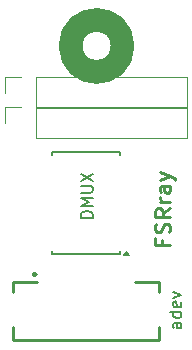
<source format=gbr>
%TF.GenerationSoftware,KiCad,Pcbnew,8.0.8-8.0.8-0~ubuntu24.04.1*%
%TF.CreationDate,2025-03-22T16:56:25+00:00*%
%TF.ProjectId,FSRrayDMUX-ADC,46535272-6179-4444-9d55-582d4144432e,rev?*%
%TF.SameCoordinates,Original*%
%TF.FileFunction,Legend,Top*%
%TF.FilePolarity,Positive*%
%FSLAX46Y46*%
G04 Gerber Fmt 4.6, Leading zero omitted, Abs format (unit mm)*
G04 Created by KiCad (PCBNEW 8.0.8-8.0.8-0~ubuntu24.04.1) date 2025-03-22 16:56:25*
%MOMM*%
%LPD*%
G01*
G04 APERTURE LIST*
%ADD10C,2.000000*%
%ADD11C,0.230000*%
%ADD12C,0.150000*%
%ADD13C,0.250000*%
%ADD14C,0.120000*%
%ADD15R,0.300000X1.250000*%
%ADD16R,2.000000X2.500000*%
%ADD17R,1.700000X1.700000*%
%ADD18O,1.700000X1.700000*%
%ADD19R,1.750000X0.450000*%
G04 APERTURE END LIST*
D10*
X157100000Y-119000000D02*
G75*
G02*
X152700000Y-119000000I-2200000J0D01*
G01*
X152700000Y-119000000D02*
G75*
G02*
X157100000Y-119000000I2200000J0D01*
G01*
D11*
X160447992Y-135405827D02*
X160447992Y-135839161D01*
X161128944Y-135839161D02*
X159828944Y-135839161D01*
X159828944Y-135839161D02*
X159828944Y-135220113D01*
X161067040Y-134786779D02*
X161128944Y-134601065D01*
X161128944Y-134601065D02*
X161128944Y-134291541D01*
X161128944Y-134291541D02*
X161067040Y-134167732D01*
X161067040Y-134167732D02*
X161005135Y-134105827D01*
X161005135Y-134105827D02*
X160881325Y-134043922D01*
X160881325Y-134043922D02*
X160757516Y-134043922D01*
X160757516Y-134043922D02*
X160633706Y-134105827D01*
X160633706Y-134105827D02*
X160571801Y-134167732D01*
X160571801Y-134167732D02*
X160509897Y-134291541D01*
X160509897Y-134291541D02*
X160447992Y-134539160D01*
X160447992Y-134539160D02*
X160386087Y-134662970D01*
X160386087Y-134662970D02*
X160324182Y-134724875D01*
X160324182Y-134724875D02*
X160200373Y-134786779D01*
X160200373Y-134786779D02*
X160076563Y-134786779D01*
X160076563Y-134786779D02*
X159952754Y-134724875D01*
X159952754Y-134724875D02*
X159890849Y-134662970D01*
X159890849Y-134662970D02*
X159828944Y-134539160D01*
X159828944Y-134539160D02*
X159828944Y-134229637D01*
X159828944Y-134229637D02*
X159890849Y-134043922D01*
X161128944Y-132743923D02*
X160509897Y-133177256D01*
X161128944Y-133486780D02*
X159828944Y-133486780D01*
X159828944Y-133486780D02*
X159828944Y-132991542D01*
X159828944Y-132991542D02*
X159890849Y-132867732D01*
X159890849Y-132867732D02*
X159952754Y-132805827D01*
X159952754Y-132805827D02*
X160076563Y-132743923D01*
X160076563Y-132743923D02*
X160262278Y-132743923D01*
X160262278Y-132743923D02*
X160386087Y-132805827D01*
X160386087Y-132805827D02*
X160447992Y-132867732D01*
X160447992Y-132867732D02*
X160509897Y-132991542D01*
X160509897Y-132991542D02*
X160509897Y-133486780D01*
X161128944Y-132186780D02*
X160262278Y-132186780D01*
X160509897Y-132186780D02*
X160386087Y-132124875D01*
X160386087Y-132124875D02*
X160324182Y-132062970D01*
X160324182Y-132062970D02*
X160262278Y-131939161D01*
X160262278Y-131939161D02*
X160262278Y-131815351D01*
X161128944Y-130824875D02*
X160447992Y-130824875D01*
X160447992Y-130824875D02*
X160324182Y-130886780D01*
X160324182Y-130886780D02*
X160262278Y-131010589D01*
X160262278Y-131010589D02*
X160262278Y-131258208D01*
X160262278Y-131258208D02*
X160324182Y-131382018D01*
X161067040Y-130824875D02*
X161128944Y-130948684D01*
X161128944Y-130948684D02*
X161128944Y-131258208D01*
X161128944Y-131258208D02*
X161067040Y-131382018D01*
X161067040Y-131382018D02*
X160943230Y-131443922D01*
X160943230Y-131443922D02*
X160819420Y-131443922D01*
X160819420Y-131443922D02*
X160695611Y-131382018D01*
X160695611Y-131382018D02*
X160633706Y-131258208D01*
X160633706Y-131258208D02*
X160633706Y-130948684D01*
X160633706Y-130948684D02*
X160571801Y-130824875D01*
X160262278Y-130329637D02*
X161128944Y-130020113D01*
X160262278Y-129710590D02*
X161128944Y-130020113D01*
X161128944Y-130020113D02*
X161438468Y-130143923D01*
X161438468Y-130143923D02*
X161500373Y-130205828D01*
X161500373Y-130205828D02*
X161562278Y-130329637D01*
D12*
X154569819Y-133563220D02*
X153569819Y-133563220D01*
X153569819Y-133563220D02*
X153569819Y-133325125D01*
X153569819Y-133325125D02*
X153617438Y-133182268D01*
X153617438Y-133182268D02*
X153712676Y-133087030D01*
X153712676Y-133087030D02*
X153807914Y-133039411D01*
X153807914Y-133039411D02*
X153998390Y-132991792D01*
X153998390Y-132991792D02*
X154141247Y-132991792D01*
X154141247Y-132991792D02*
X154331723Y-133039411D01*
X154331723Y-133039411D02*
X154426961Y-133087030D01*
X154426961Y-133087030D02*
X154522200Y-133182268D01*
X154522200Y-133182268D02*
X154569819Y-133325125D01*
X154569819Y-133325125D02*
X154569819Y-133563220D01*
X154569819Y-132563220D02*
X153569819Y-132563220D01*
X153569819Y-132563220D02*
X154284104Y-132229887D01*
X154284104Y-132229887D02*
X153569819Y-131896554D01*
X153569819Y-131896554D02*
X154569819Y-131896554D01*
X153569819Y-131420363D02*
X154379342Y-131420363D01*
X154379342Y-131420363D02*
X154474580Y-131372744D01*
X154474580Y-131372744D02*
X154522200Y-131325125D01*
X154522200Y-131325125D02*
X154569819Y-131229887D01*
X154569819Y-131229887D02*
X154569819Y-131039411D01*
X154569819Y-131039411D02*
X154522200Y-130944173D01*
X154522200Y-130944173D02*
X154474580Y-130896554D01*
X154474580Y-130896554D02*
X154379342Y-130848935D01*
X154379342Y-130848935D02*
X153569819Y-130848935D01*
X153569819Y-130467982D02*
X154569819Y-129801316D01*
X153569819Y-129801316D02*
X154569819Y-130467982D01*
X162076926Y-142441756D02*
X161553116Y-142441756D01*
X161553116Y-142441756D02*
X161457878Y-142489375D01*
X161457878Y-142489375D02*
X161410259Y-142584613D01*
X161410259Y-142584613D02*
X161410259Y-142775089D01*
X161410259Y-142775089D02*
X161457878Y-142870327D01*
X162029307Y-142441756D02*
X162076926Y-142536994D01*
X162076926Y-142536994D02*
X162076926Y-142775089D01*
X162076926Y-142775089D02*
X162029307Y-142870327D01*
X162029307Y-142870327D02*
X161934068Y-142917946D01*
X161934068Y-142917946D02*
X161838830Y-142917946D01*
X161838830Y-142917946D02*
X161743592Y-142870327D01*
X161743592Y-142870327D02*
X161695973Y-142775089D01*
X161695973Y-142775089D02*
X161695973Y-142536994D01*
X161695973Y-142536994D02*
X161648354Y-142441756D01*
X162076926Y-141536994D02*
X161076926Y-141536994D01*
X162029307Y-141536994D02*
X162076926Y-141632232D01*
X162076926Y-141632232D02*
X162076926Y-141822708D01*
X162076926Y-141822708D02*
X162029307Y-141917946D01*
X162029307Y-141917946D02*
X161981687Y-141965565D01*
X161981687Y-141965565D02*
X161886449Y-142013184D01*
X161886449Y-142013184D02*
X161600735Y-142013184D01*
X161600735Y-142013184D02*
X161505497Y-141965565D01*
X161505497Y-141965565D02*
X161457878Y-141917946D01*
X161457878Y-141917946D02*
X161410259Y-141822708D01*
X161410259Y-141822708D02*
X161410259Y-141632232D01*
X161410259Y-141632232D02*
X161457878Y-141536994D01*
X162029307Y-140679851D02*
X162076926Y-140775089D01*
X162076926Y-140775089D02*
X162076926Y-140965565D01*
X162076926Y-140965565D02*
X162029307Y-141060803D01*
X162029307Y-141060803D02*
X161934068Y-141108422D01*
X161934068Y-141108422D02*
X161553116Y-141108422D01*
X161553116Y-141108422D02*
X161457878Y-141060803D01*
X161457878Y-141060803D02*
X161410259Y-140965565D01*
X161410259Y-140965565D02*
X161410259Y-140775089D01*
X161410259Y-140775089D02*
X161457878Y-140679851D01*
X161457878Y-140679851D02*
X161553116Y-140632232D01*
X161553116Y-140632232D02*
X161648354Y-140632232D01*
X161648354Y-140632232D02*
X161743592Y-141108422D01*
X161410259Y-140298898D02*
X162076926Y-140060803D01*
X162076926Y-140060803D02*
X161410259Y-139822708D01*
D13*
%TO.C,FPC1*%
X147800000Y-139000000D02*
X149860000Y-139000000D01*
X147800000Y-139810000D02*
X147800000Y-139000000D01*
X147800000Y-143910000D02*
X147800000Y-142770000D01*
X147800000Y-143910000D02*
X160200000Y-143910000D01*
X160200000Y-138980000D02*
X158130000Y-138980000D01*
X160200000Y-139810000D02*
X160200000Y-138980000D01*
X160200000Y-143910000D02*
X160200000Y-142770000D01*
X149800000Y-138350000D02*
G75*
G02*
X149540000Y-138350000I-130000J0D01*
G01*
X149540000Y-138350000D02*
G75*
G02*
X149800000Y-138350000I130000J0D01*
G01*
D14*
%TO.C,J1*%
X147170000Y-124170000D02*
X148500000Y-124170000D01*
X147170000Y-125500000D02*
X147170000Y-124170000D01*
X149770000Y-124170000D02*
X162530000Y-124170000D01*
X149770000Y-126830000D02*
X149770000Y-124170000D01*
X149770000Y-126830000D02*
X162530000Y-126830000D01*
X162530000Y-126830000D02*
X162530000Y-124170000D01*
D12*
%TO.C,MUX1*%
X151125000Y-127975000D02*
X151125000Y-128200000D01*
X151125000Y-136625000D02*
X151125000Y-136400000D01*
X156875000Y-127975000D02*
X151125000Y-127975000D01*
X156875000Y-127975000D02*
X156875000Y-128200000D01*
X156875000Y-136625000D02*
X151125000Y-136625000D01*
X156875000Y-136625000D02*
X156875000Y-136400000D01*
D14*
X157615000Y-136705000D02*
X157135000Y-136705000D01*
X157375000Y-136375000D01*
X157615000Y-136705000D01*
G36*
X157615000Y-136705000D02*
G01*
X157135000Y-136705000D01*
X157375000Y-136375000D01*
X157615000Y-136705000D01*
G37*
%TO.C,J4*%
X147170000Y-121630000D02*
X148500000Y-121630000D01*
X147170000Y-122960000D02*
X147170000Y-121630000D01*
X149770000Y-121630000D02*
X162530000Y-121630000D01*
X149770000Y-124290000D02*
X149770000Y-121630000D01*
X149770000Y-124290000D02*
X162530000Y-124290000D01*
X162530000Y-124290000D02*
X162530000Y-121630000D01*
%TD*%
%LPC*%
D15*
%TO.C,FPC1*%
X150250000Y-138710000D03*
X150750000Y-138710000D03*
X151250000Y-138710000D03*
X151750000Y-138710000D03*
X152250000Y-138710000D03*
X152750000Y-138710000D03*
X153250000Y-138710000D03*
X153750000Y-138710000D03*
X154250000Y-138710000D03*
X154750000Y-138710000D03*
X155250000Y-138710000D03*
X155750000Y-138710000D03*
X156250000Y-138710000D03*
X156750000Y-138710000D03*
X157250000Y-138710000D03*
X157750000Y-138710000D03*
D16*
X159440000Y-141290000D03*
X148560000Y-141290000D03*
%TD*%
D17*
%TO.C,J1*%
X148500000Y-125500000D03*
D18*
X151040000Y-125500000D03*
X153580000Y-125500000D03*
X156120000Y-125500000D03*
X158660000Y-125500000D03*
X161200000Y-125500000D03*
%TD*%
D19*
%TO.C,MUX1*%
X157600000Y-135875000D03*
X157600000Y-135225000D03*
X157600000Y-134575000D03*
X157600000Y-133925000D03*
X157600000Y-133275000D03*
X157600000Y-132625000D03*
X157600000Y-131975000D03*
X157600000Y-131325000D03*
X157600000Y-130675000D03*
X157600000Y-130025000D03*
X157600000Y-129375000D03*
X157600000Y-128725000D03*
X150400000Y-128725000D03*
X150400000Y-129375000D03*
X150400000Y-130025000D03*
X150400000Y-130675000D03*
X150400000Y-131325000D03*
X150400000Y-131975000D03*
X150400000Y-132625000D03*
X150400000Y-133275000D03*
X150400000Y-133925000D03*
X150400000Y-134575000D03*
X150400000Y-135225000D03*
X150400000Y-135875000D03*
%TD*%
D17*
%TO.C,J4*%
X148500000Y-122960000D03*
D18*
X151040000Y-122960000D03*
X153580000Y-122960000D03*
X156120000Y-122960000D03*
X158660000Y-122960000D03*
X161200000Y-122960000D03*
%TD*%
%LPD*%
M02*

</source>
